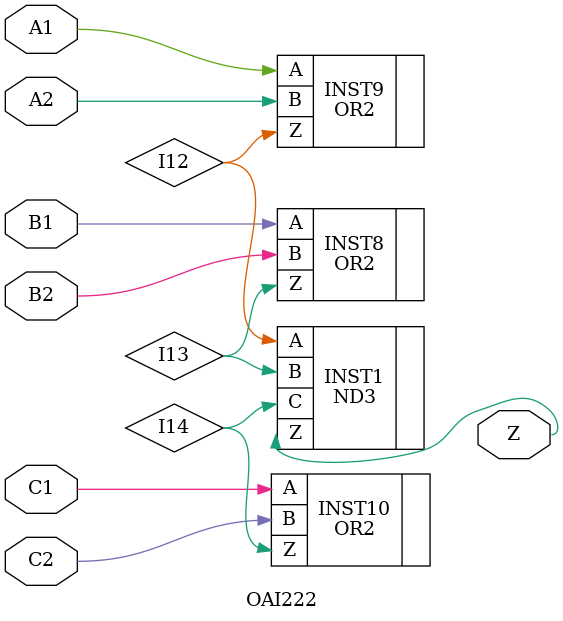
<source format=v>
`timescale 1 ns / 100 ps

/* Created by DB2VERILOG Version 1.2.0.2 on Fri Aug  5 11:14:58 1994 */
/* module compiled from "lsl2db 4.0.3" run */

module OAI222 (A1, A2, B1, B2, C1, C2, Z);
input  A1, A2, B1, B2, C1, C2;
output Z;
ND3 INST1 (.A(I12), .B(I13), .C(I14), .Z(Z));
OR2 INST10 (.A(C1), .B(C2), .Z(I14));
OR2 INST8 (.A(B1), .B(B2), .Z(I13));
OR2 INST9 (.A(A1), .B(A2), .Z(I12));

endmodule


</source>
